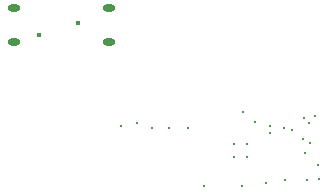
<source format=gbr>
%TF.GenerationSoftware,Altium Limited,Altium Designer,23.10.1 (27)*%
G04 Layer_Color=0*
%FSLAX45Y45*%
%MOMM*%
%TF.SameCoordinates,C732C167-A78C-4608-B65C-7F4C8643914A*%
%TF.FilePolarity,Positive*%
%TF.FileFunction,Plated,1,4,PTH,Drill*%
%TF.Part,Single*%
G01*
G75*
%TA.AperFunction,ComponentDrill*%
%ADD55O,1.10000X0.60000*%
%TA.AperFunction,ViaDrill,NotFilled*%
%ADD56C,0.30000*%
%ADD57C,0.20000*%
%ADD58C,0.40000*%
D55*
X27492700Y3476000D02*
D03*
Y3190000D02*
D03*
X28292700D02*
D03*
Y3476000D02*
D03*
D56*
X29846399Y2440700D02*
D03*
X29655576Y2473705D02*
D03*
X29527005Y2512594D02*
D03*
X29778900Y2458500D02*
D03*
X29653601Y2413100D02*
D03*
X28533838Y2497239D02*
D03*
X28804547Y2462272D02*
D03*
X28959235D02*
D03*
X28655518Y2456613D02*
D03*
X28395200Y2473600D02*
D03*
X29955499Y2250700D02*
D03*
X29991901Y2333500D02*
D03*
X30060300Y2143400D02*
D03*
X30072101Y2026900D02*
D03*
X29969101Y2020900D02*
D03*
X29939200Y2362400D02*
D03*
X29941599Y2545900D02*
D03*
X30036600Y2561200D02*
D03*
X29987701Y2504500D02*
D03*
X29102399Y1970400D02*
D03*
X29426700Y2590500D02*
D03*
X29624301Y1989500D02*
D03*
X29421500Y1970900D02*
D03*
D57*
X29459000Y2323800D02*
D03*
Y2213800D02*
D03*
X29348999Y2323800D02*
D03*
Y2213800D02*
D03*
X29787701Y2018500D02*
D03*
D58*
X27697699Y3244500D02*
D03*
X28035468Y3349349D02*
D03*
%TF.MD5,ac8fbf41c2003bd6ea13031b5c60855f*%
M02*

</source>
